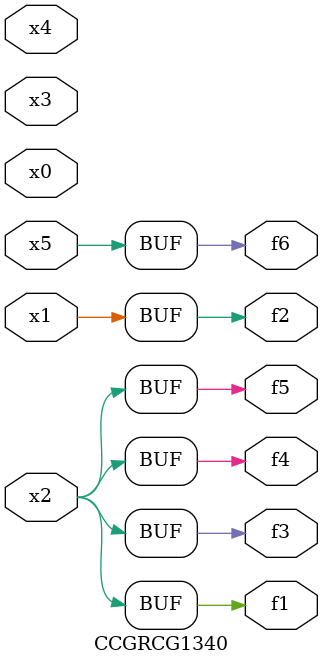
<source format=v>
module CCGRCG1340(
	input x0, x1, x2, x3, x4, x5,
	output f1, f2, f3, f4, f5, f6
);
	assign f1 = x2;
	assign f2 = x1;
	assign f3 = x2;
	assign f4 = x2;
	assign f5 = x2;
	assign f6 = x5;
endmodule

</source>
